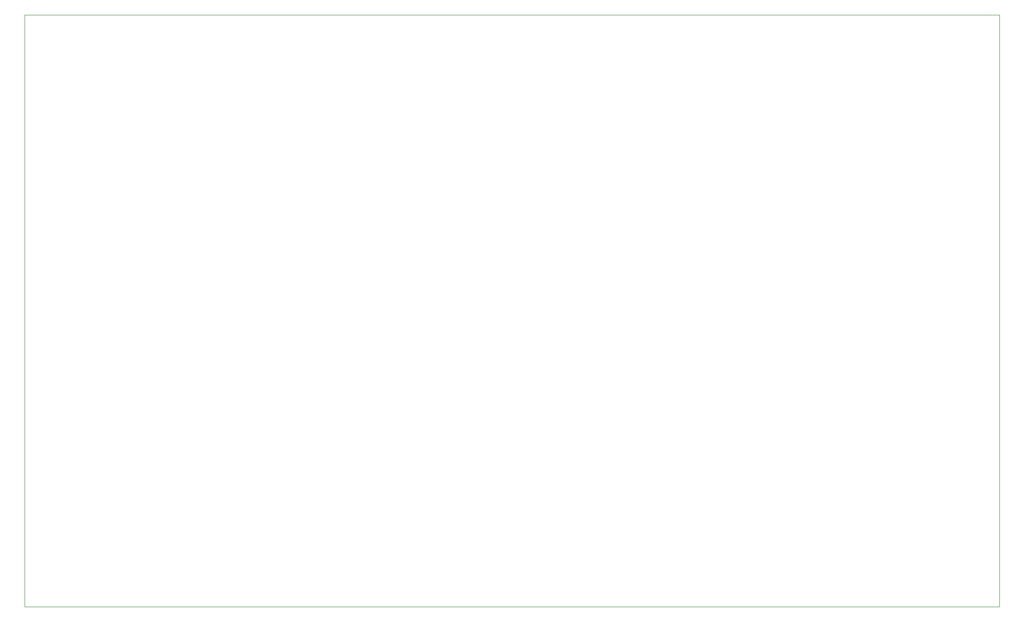
<source format=gbr>
%TF.GenerationSoftware,KiCad,Pcbnew,(5.1.9-0-10_14)*%
%TF.CreationDate,2021-05-08T09:43:59-07:00*%
%TF.ProjectId,io-board-mixed,696f2d62-6f61-4726-942d-6d697865642e,rev?*%
%TF.SameCoordinates,PX3072580PY791ddc0*%
%TF.FileFunction,Profile,NP*%
%FSLAX46Y46*%
G04 Gerber Fmt 4.6, Leading zero omitted, Abs format (unit mm)*
G04 Created by KiCad (PCBNEW (5.1.9-0-10_14)) date 2021-05-08 09:43:59*
%MOMM*%
%LPD*%
G01*
G04 APERTURE LIST*
%TA.AperFunction,Profile*%
%ADD10C,0.100000*%
%TD*%
G04 APERTURE END LIST*
D10*
X177800000Y107950000D02*
X177800000Y0D01*
X0Y107950000D02*
X177800000Y107950000D01*
X0Y0D02*
X0Y107950000D01*
X177800000Y0D02*
X0Y0D01*
M02*

</source>
